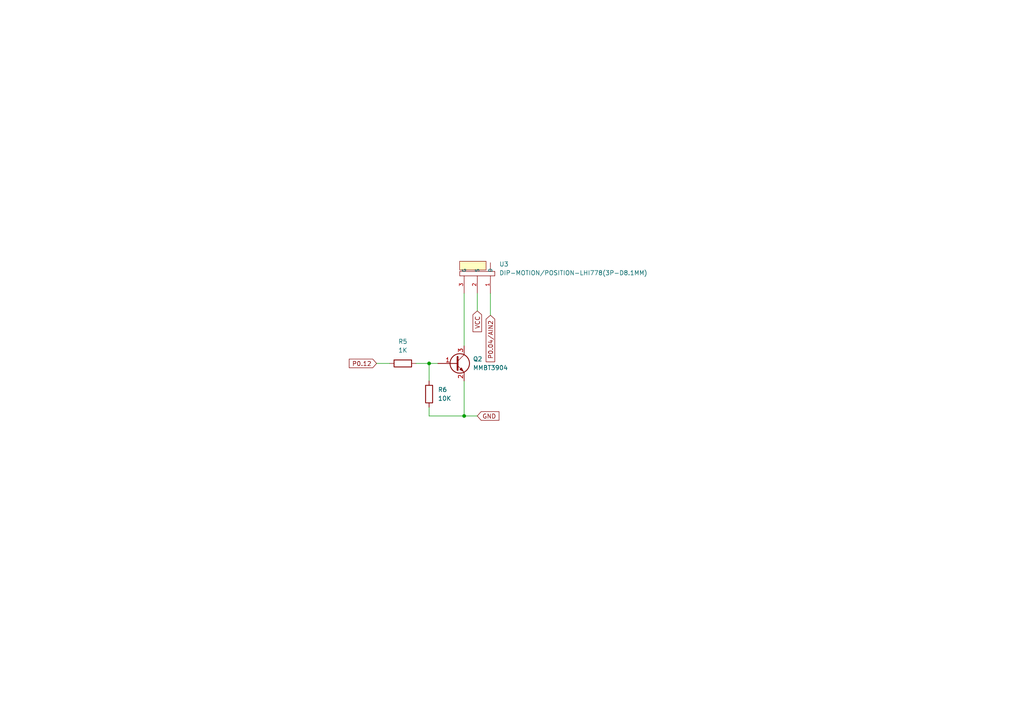
<source format=kicad_sch>
(kicad_sch (version 20211123) (generator eeschema)
  (paper "A4")
  (lib_symbols
    (symbol "DIP-MOTION_POSITION-LHI778_3P-D8.1MM_:DIP-MOTION{slash}POSITION-LHI778(3P-D8.1MM)" (pin_names (offset 1.016))
      (property "Reference" "U" (at -6.35 6.35 0))
      (property "Value" "DIP-MOTION{slash}POSITION-LHI778(3P-D8.1MM)" (at 0 6.35 0))
      (symbol "DIP-MOTION{slash}POSITION-LHI778(3P-D8.1MM)_0_0"
        (rectangle (start -5.08 2.9718) (end 2.54 5.5118) (stroke (width 0.1524)) (fill (type background)))
        (polyline (pts (xy -5.08 1.27) (xy -5.08 2.54)) (stroke (width 0.1524)))
        (polyline (pts (xy -5.08 2.54) (xy 5.08 2.54)) (stroke (width 0.1524)))
        (polyline (pts (xy 3.81 5.08) (xy 3.81 2.54)) (stroke (width 0.1524)))
        (polyline (pts (xy 5.08 1.27) (xy -5.08 1.27)) (stroke (width 0.1524)))
        (polyline (pts (xy 5.08 2.54) (xy 5.08 1.27)) (stroke (width 0.1524)))
        (pin bidirectional line (at 3.81 -3.81 90) (length 5.08) (name "D") (number "1"))
        (pin bidirectional line (at 0 -3.81 90) (length 5.08) (name "S") (number "2"))
        (pin bidirectional line (at -3.81 -3.81 90) (length 5.08) (name "G") (number "3"))
      )
    )
    (symbol "Device:R" (pin_numbers hide) (pin_names (offset 0))
      (property "Reference" "R" (at 2.032 0 90))
      (property "Value" "R" (at 0 0 90))
      (symbol "R_0_1"
        (rectangle (start -1.016 -2.54) (end 1.016 2.54) (stroke (width 0.254)))
      )
      (symbol "R_1_1"
        (pin passive line (at 0 3.81 270) (length 1.27) (name "~") (number "1"))
        (pin passive line (at 0 -3.81 90) (length 1.27) (name "~") (number "2"))
      )
    )
    (symbol "Transistor_BJT:MMBT3904" (pin_names (offset 0) hide)
      (property "Reference" "Q" (at 5.08 1.905 0))
      (property "Value" "MMBT3904" (at 5.08 0 0))
      (symbol "MMBT3904_0_1"
        (polyline (pts (xy 0.635 0.635) (xy 2.54 2.54)))
        (polyline (pts (xy 0.635 -0.635) (xy 2.54 -2.54) (xy 2.54 -2.54)))
        (polyline (pts (xy 0.635 1.905) (xy 0.635 -1.905) (xy 0.635 -1.905)) (stroke (width 0.508)))
        (polyline (pts (xy 1.27 -1.778) (xy 1.778 -1.27) (xy 2.286 -2.286) (xy 1.27 -1.778) (xy 1.27 -1.778)) (fill (type outline)))
        (circle (center 1.27 0) (radius 2.8194) (stroke (width 0.254)))
      )
      (symbol "MMBT3904_1_1"
        (pin input line (at -5.08 0 0) (length 5.715) (name "B") (number "1"))
        (pin passive line (at 2.54 -5.08 90) (length 2.54) (name "E") (number "2"))
        (pin passive line (at 2.54 5.08 270) (length 2.54) (name "C") (number "3"))
      )
    )
  )
  (junction (at 124.46 105.41))
  (junction (at 134.62 120.65))
  (wire (pts (xy 134.62 110.49) (xy 134.62 120.65)))
  (wire (pts (xy 109.22 105.41) (xy 113.03 105.41)))
  (wire (pts (xy 120.65 105.41) (xy 124.46 105.41)))
  (wire (pts (xy 134.62 85.09) (xy 134.62 100.33)))
  (wire (pts (xy 124.46 118.11) (xy 124.46 120.65)))
  (wire (pts (xy 124.46 120.65) (xy 134.62 120.65)))
  (wire (pts (xy 138.43 85.09) (xy 138.43 90.17)))
  (wire (pts (xy 142.24 91.44) (xy 142.24 85.09)))
  (wire (pts (xy 134.62 120.65) (xy 138.43 120.65)))
  (wire (pts (xy 124.46 105.41) (xy 124.46 110.49)))
  (wire (pts (xy 124.46 105.41) (xy 127 105.41)))
  (global_label "P0.12" (shape input) (at 109.22 105.41 180) (property "Intersheet References" "${INTERSHEET_REFS}" (effects hide)))
  (global_label "VCC" (shape input) (at 138.43 90.17 270) (property "Intersheet References" "${INTERSHEET_REFS}" (effects hide)))
  (global_label "GND" (shape input) (at 138.43 120.65 0) (property "Intersheet References" "${INTERSHEET_REFS}" (effects hide)))
  (global_label "P0.04{slash}AIN2" (shape input) (at 142.24 91.44 270) (property "Intersheet References" "${INTERSHEET_REFS}" (effects hide)))
  (symbol (lib_id "DIP-MOTION_POSITION-LHI778_3P-D8.1MM_:DIP-MOTION{slash}POSITION-LHI778(3P-D8.1MM)") (at 138.43 81.28 0) (unit 1)
    (property "Reference" "U3" (at 144.78 76.619 0) (effects (justify left)))
    (property "Value" "DIP-MOTION/POSITION-LHI778(3P-D8.1MM)" (at 144.78 79.159 0) (effects (justify left)))
    (property "Footprint" "Footprints:SNR3-D8.1XH4.2MM" (effects hide))
    (property "MPN" "LHI778" (effects hide))
  )
  (symbol (lib_id "Device:R") (at 116.84 105.41 90) (unit 1)
    (property "Reference" "R5" (at 116.84 99.06 90))
    (property "Value" "1K" (at 116.84 101.6 90))
    (property "Footprint" "Resistor_SMD:R_0402_1005Metric" (effects hide))
  )
  (symbol (lib_id "Device:R") (at 124.46 114.3 180) (unit 1)
    (property "Reference" "R6" (at 127 113.0299 0) (effects (justify right)))
    (property "Value" "10K" (at 127 115.5699 0) (effects (justify right)))
    (property "Footprint" "Resistor_SMD:R_0402_1005Metric" (effects hide))
  )
  (symbol (lib_id "Transistor_BJT:MMBT3904") (at 132.08 105.41 0) (unit 1)
    (property "Reference" "Q2" (at 137.16 104.1399 0) (effects (justify left)))
    (property "Value" "MMBT3904" (at 137.16 106.6799 0) (effects (justify left)))
    (property "Footprint" "Package_TO_SOT_SMD:SOT-23" (effects hide))
    (property "Datasheet" "https://www.onsemi.com/pub/Collateral/2N3903-D.PDF" (effects hide))
  )
)
</source>
